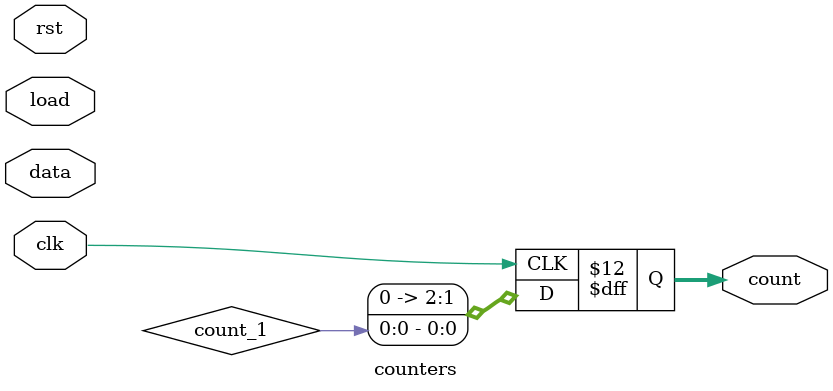
<source format=v>
module counters  #(parameter N=3) (input [N-1:0] data,input load,clk,rst,output reg [N-1:0] count);
  always @ (posedge clk) begin
    if (rst)
      count=0;
    else if(load)
      count=data;
    else
      //UPCOUNTER
      count=count+1;
    //DOWN COUNTER
    count=count_1;
  end
endmodule

</source>
